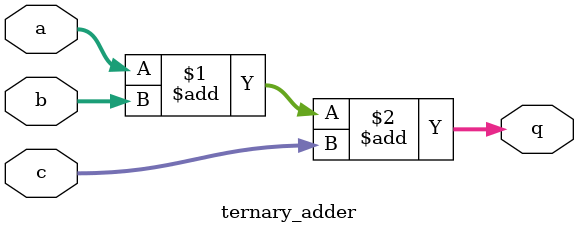
<source format=v>
module ternary_adder(
   input  [4:0] a, b, c, 
   output [4:0] q
);
// Note: 4:2 compressor
`ifdef __42__
   integer i;
   reg [4:0] qi;
   reg [4:-1] ci;
   reg [4:-1] ei;
   reg x1;
   always@*
   begin
      ci = 0;
      ei = 0;
      qi = 0;
      for(i=0; i<5; i=i+1)
      begin
	     ei[i] = (a[i] & b[i]) | (a[i] & c[i]) | (b[i] & c[i]);
		 x1 = a[i] ^ b[i] ^ c[i] ^ ci[i-1];
		 qi[i] = x1 ^ ei[i-1];
		 ci[i] = x1 ? ei[i-1] : ci[i-1];
      end
   end

   assign q = qi;
`else
   assign q = a + b + c;
`endif
endmodule

</source>
